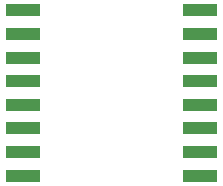
<source format=gbp>
G75*
%MOIN*%
%OFA0B0*%
%FSLAX25Y25*%
%IPPOS*%
%LPD*%
%AMOC8*
5,1,8,0,0,1.08239X$1,22.5*
%
%ADD10R,0.11811X0.03937*%
D10*
X0123306Y0148441D03*
X0123306Y0156315D03*
X0123306Y0164189D03*
X0123306Y0172063D03*
X0123306Y0179937D03*
X0123306Y0187811D03*
X0123306Y0195685D03*
X0123306Y0203559D03*
X0182361Y0203559D03*
X0182361Y0195685D03*
X0182361Y0187811D03*
X0182361Y0179937D03*
X0182361Y0172063D03*
X0182361Y0164189D03*
X0182361Y0156315D03*
X0182361Y0148441D03*
M02*

</source>
